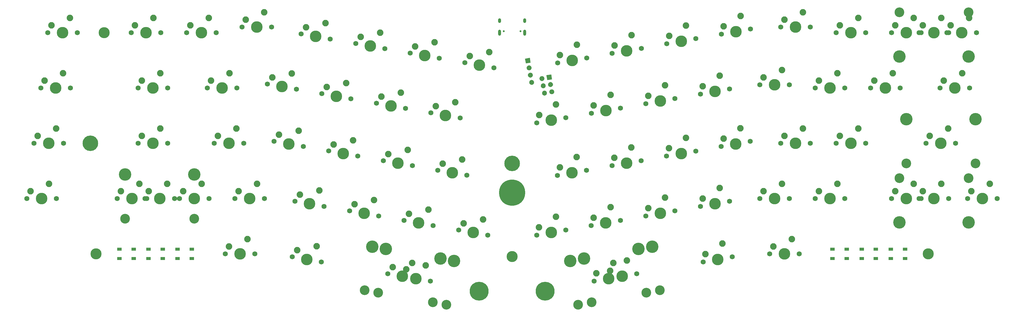
<source format=gbr>
G04 #@! TF.GenerationSoftware,KiCad,Pcbnew,(5.99.0-2612-g32a7d0025-dirty)*
G04 #@! TF.CreationDate,2020-08-15T16:38:39+02:00*
G04 #@! TF.ProjectId,BMEK_Solder,424d454b-5f53-46f6-9c64-65722e6b6963,1*
G04 #@! TF.SameCoordinates,Original*
G04 #@! TF.FileFunction,Soldermask,Top*
G04 #@! TF.FilePolarity,Negative*
%FSLAX46Y46*%
G04 Gerber Fmt 4.6, Leading zero omitted, Abs format (unit mm)*
G04 Created by KiCad (PCBNEW (5.99.0-2612-g32a7d0025-dirty)) date 2020-08-15 16:38:39*
%MOMM*%
%LPD*%
G01*
G04 APERTURE LIST*
%ADD10C,2.250000*%
%ADD11C,3.987800*%
%ADD12C,1.750000*%
%ADD13C,3.348000*%
%ADD14C,4.287800*%
%ADD15R,1.500000X1.000000*%
%ADD16C,3.800000*%
%ADD17C,6.500000*%
%ADD18C,5.350000*%
%ADD19C,9.000000*%
%ADD20O,1.000000X1.600000*%
%ADD21O,1.000000X2.100000*%
%ADD22C,0.650000*%
G04 APERTURE END LIST*
D10*
X171556094Y-51883742D03*
D11*
X168172550Y-56445499D03*
D10*
X164861499Y-53282488D03*
D12*
X163169727Y-55563366D03*
X173175373Y-57327632D03*
D10*
X31849552Y-80010000D03*
D11*
X29309552Y-85090000D03*
D10*
X25499552Y-82550000D03*
D12*
X24229552Y-85090000D03*
X34389552Y-85090000D03*
D10*
X232058729Y-67456109D03*
D11*
X230439450Y-72899999D03*
D10*
X226246266Y-71060187D03*
D12*
X225436627Y-73782132D03*
X235442273Y-72017866D03*
D10*
X164426594Y-31282743D03*
D11*
X161043050Y-35844500D03*
D10*
X157731999Y-32681489D03*
D12*
X156040227Y-34962367D03*
X166045873Y-36726633D03*
D10*
X206167729Y-52677510D03*
D11*
X204548450Y-58121400D03*
D10*
X200355266Y-56281588D03*
D12*
X199545627Y-59003533D03*
X209551273Y-57239267D03*
D10*
X224908329Y-88060809D03*
D11*
X223289050Y-93504699D03*
D10*
X219095866Y-91664887D03*
D12*
X218286227Y-94386832D03*
X228291873Y-92622566D03*
D10*
X123836044Y-101501043D03*
D11*
X120452500Y-106062800D03*
D10*
X117141449Y-102899789D03*
D12*
X115449677Y-105180667D03*
X125455323Y-106944933D03*
D10*
X143559594Y-85634943D03*
D11*
X140176050Y-90196700D03*
D10*
X136864999Y-87033689D03*
D12*
X135173227Y-89314567D03*
X145178873Y-91078833D03*
D10*
X291053050Y-20919800D03*
D11*
X288513050Y-25999800D03*
D10*
X284703050Y-23459800D03*
D12*
X283433050Y-25999800D03*
X293593050Y-25999800D03*
D10*
X348203051Y-22860000D03*
D11*
X345663051Y-27940000D03*
D10*
X341853051Y-25400000D03*
D12*
X340583051Y-27940000D03*
X350743051Y-27940000D03*
D10*
X329153250Y-80010000D03*
D11*
X326613250Y-85090000D03*
D10*
X322803250Y-82550000D03*
D12*
X321533250Y-85090000D03*
X331693250Y-85090000D03*
D10*
X263392379Y-100618909D03*
D11*
X261773100Y-106062799D03*
D10*
X257579916Y-104222987D03*
D12*
X256770277Y-106944932D03*
X266775923Y-105180666D03*
D13*
X81806150Y-92075000D03*
X57993650Y-92075000D03*
D14*
X81806150Y-76835000D03*
X57993650Y-76835000D03*
D10*
X124798994Y-82326943D03*
D11*
X121415450Y-86888700D03*
D10*
X118104399Y-83725689D03*
D12*
X116412627Y-86006567D03*
X126418273Y-87770833D03*
D10*
X232103429Y-28760410D03*
D11*
X230484150Y-34204300D03*
D10*
X226290966Y-32364488D03*
D12*
X225481327Y-35086433D03*
X235486973Y-33322167D03*
D10*
X310103051Y-22860000D03*
D11*
X307563051Y-27940000D03*
D10*
X303753051Y-25400000D03*
D12*
X302483051Y-27940000D03*
X312643051Y-27940000D03*
D13*
X324231950Y-78105000D03*
X348044450Y-78105000D03*
D14*
X324231950Y-93345000D03*
X348044450Y-93345000D03*
D10*
X283909450Y-80009999D03*
D11*
X281369450Y-85089999D03*
D10*
X277559450Y-82549999D03*
D12*
X276289450Y-85089999D03*
X286449450Y-85089999D03*
D10*
X250864030Y-25452409D03*
D11*
X249244751Y-30896299D03*
D10*
X245051567Y-29056487D03*
D12*
X244241928Y-31778432D03*
X254247574Y-30014166D03*
D10*
X213298129Y-70764110D03*
D11*
X211678850Y-76208000D03*
D10*
X207485666Y-74368188D03*
D12*
X206676027Y-77090133D03*
X216681673Y-75325867D03*
D10*
X310103150Y-60960000D03*
D11*
X307563150Y-66040000D03*
D10*
X303753150Y-63500000D03*
D12*
X302483150Y-66040000D03*
X312643150Y-66040000D03*
D10*
X206147729Y-91368810D03*
D11*
X204528450Y-96812700D03*
D10*
X200335266Y-94972888D03*
D12*
X199525627Y-97694833D03*
X209531273Y-95930567D03*
D10*
X283909350Y-40849500D03*
D11*
X281369350Y-45929500D03*
D10*
X277559350Y-43389500D03*
D12*
X276289350Y-45929500D03*
X286449350Y-45929500D03*
D10*
X341059401Y-60960000D03*
D11*
X338519401Y-66040000D03*
D10*
X334709401Y-63500000D03*
D12*
X333439401Y-66040000D03*
X343599401Y-66040000D03*
D10*
X302959450Y-80010000D03*
D11*
X300419450Y-85090000D03*
D10*
X296609450Y-82550000D03*
D12*
X295339450Y-85090000D03*
X305499450Y-85090000D03*
D10*
X287217450Y-99060000D03*
D11*
X284677450Y-104140000D03*
D10*
X280867450Y-101600000D03*
D12*
X279597450Y-104140000D03*
X289757450Y-104140000D03*
D10*
X224928330Y-49369510D03*
D11*
X223309051Y-54813400D03*
D10*
X219115867Y-52973588D03*
D12*
X218306228Y-55695533D03*
X228311874Y-53931267D03*
D10*
X93871250Y-41910000D03*
D11*
X91331250Y-46990000D03*
D10*
X87521250Y-44450000D03*
D12*
X86251250Y-46990000D03*
X96411250Y-46990000D03*
D10*
X262449530Y-42753509D03*
D11*
X260830251Y-48197399D03*
D10*
X256637067Y-46357587D03*
D12*
X255827428Y-49079532D03*
X265833074Y-47315266D03*
D10*
X269624629Y-22144411D03*
D11*
X268005350Y-27588301D03*
D10*
X263812166Y-25748489D03*
D12*
X263002527Y-28470434D03*
X273008173Y-26706168D03*
D10*
X72439900Y-80010000D03*
D11*
X69899900Y-85090000D03*
D10*
X66089900Y-82550000D03*
D12*
X64819900Y-85090000D03*
X74979900Y-85090000D03*
D10*
X34230852Y-60960000D03*
D11*
X31690852Y-66040000D03*
D10*
X27880852Y-63500000D03*
D12*
X26610852Y-66040000D03*
X36770852Y-66040000D03*
D15*
X56010000Y-102540000D03*
X56010000Y-105740000D03*
X60910000Y-102540000D03*
X60910000Y-105740000D03*
D10*
X36612152Y-41910000D03*
D11*
X34072152Y-46990000D03*
D10*
X30262152Y-44450000D03*
D12*
X28992152Y-46990000D03*
X39152152Y-46990000D03*
D10*
X243668929Y-84752809D03*
D11*
X242049650Y-90196699D03*
D10*
X237856466Y-88356887D03*
D12*
X237046827Y-91078832D03*
X247052473Y-89314566D03*
D10*
X322009350Y-41910000D03*
D11*
X319469350Y-46990000D03*
D10*
X315659350Y-44450000D03*
D12*
X314389350Y-46990000D03*
X324549350Y-46990000D03*
D10*
X338678200Y-80010000D03*
D11*
X336138200Y-85090000D03*
D10*
X332328200Y-82550000D03*
D12*
X331058200Y-85090000D03*
X341218200Y-85090000D03*
D10*
X96252450Y-60960000D03*
D11*
X93712450Y-66040000D03*
D10*
X89902450Y-63500000D03*
D12*
X88632450Y-66040000D03*
X98792450Y-66040000D03*
D13*
X168486186Y-121625181D03*
X145035451Y-117490184D03*
D14*
X171132584Y-106616711D03*
X147681849Y-102481713D03*
D10*
X103396150Y-80010000D03*
D11*
X100856150Y-85090000D03*
D10*
X97046150Y-82550000D03*
D12*
X95776150Y-85090000D03*
X105936150Y-85090000D03*
D15*
X306162500Y-105740000D03*
X306162500Y-102540000D03*
X301262500Y-105740000D03*
X301262500Y-102540000D03*
D10*
X100088150Y-99060000D03*
D11*
X97548150Y-104140000D03*
D10*
X93738150Y-101600000D03*
D12*
X92468150Y-104140000D03*
X102628150Y-104140000D03*
D10*
X302959350Y-41910000D03*
D11*
X300419350Y-46990000D03*
D10*
X296609350Y-44450000D03*
D12*
X295339350Y-46990000D03*
X305499350Y-46990000D03*
D10*
X250819329Y-64148110D03*
D11*
X249200050Y-69592000D03*
D10*
X245006866Y-67752188D03*
D12*
X244197227Y-70474133D03*
X254202873Y-68709867D03*
D15*
X76010000Y-102540000D03*
X76010000Y-105740000D03*
X80910000Y-102540000D03*
X80910000Y-105740000D03*
X326162500Y-105740000D03*
X326162500Y-102540000D03*
X321262500Y-105740000D03*
X321262500Y-102540000D03*
D10*
X329153051Y-22860000D03*
D11*
X326613051Y-27940000D03*
D10*
X322803051Y-25400000D03*
D12*
X321533051Y-27940000D03*
X331693051Y-27940000D03*
D10*
X181080794Y-92250943D03*
D11*
X177697250Y-96812700D03*
D10*
X174386199Y-93649689D03*
D12*
X172694427Y-95930567D03*
X182700073Y-97694833D03*
D10*
X338678051Y-22860000D03*
D11*
X336138051Y-27940000D03*
D10*
X332328051Y-25400000D03*
D12*
X331058051Y-27940000D03*
X341218051Y-27940000D03*
D10*
X67677551Y-22860000D03*
D11*
X65137551Y-27940000D03*
D10*
X61327551Y-25400000D03*
D12*
X60057551Y-27940000D03*
X70217551Y-27940000D03*
D10*
X161357295Y-108117043D03*
D11*
X157973751Y-112678800D03*
D10*
X154662700Y-109515789D03*
D12*
X152970928Y-111796667D03*
X162976574Y-113560933D03*
D10*
X355346950Y-80010000D03*
D11*
X352806950Y-85090000D03*
D10*
X348996950Y-82550000D03*
D12*
X347726950Y-85090000D03*
X357886950Y-85090000D03*
D10*
X134034894Y-45267743D03*
D11*
X130651350Y-49829500D03*
D10*
X127340299Y-46666489D03*
D12*
X125648527Y-48947367D03*
X135654173Y-50711633D03*
D10*
X136391094Y-65027043D03*
D11*
X133007550Y-69588800D03*
D10*
X129696499Y-66425789D03*
D12*
X128004727Y-68706667D03*
X138010373Y-70470933D03*
D13*
X324231801Y-20955000D03*
X348044301Y-20955000D03*
D14*
X324231801Y-36195000D03*
X348044301Y-36195000D03*
D10*
X152795494Y-48575743D03*
D11*
X149411950Y-53137500D03*
D10*
X146100899Y-49974489D03*
D12*
X144409127Y-52255367D03*
X154414773Y-54019633D03*
D13*
X163796039Y-120798181D03*
X140345304Y-116663184D03*
D14*
X166442437Y-105789711D03*
X142991702Y-101654713D03*
D10*
X225871280Y-107234910D03*
D11*
X224252001Y-112678800D03*
D10*
X220058817Y-110838988D03*
D12*
X219249178Y-113560933D03*
X229254824Y-111796667D03*
D10*
X162320194Y-88942943D03*
D11*
X158936650Y-93504700D03*
D10*
X155625599Y-90341689D03*
D12*
X153933827Y-92622567D03*
X163939473Y-94386833D03*
D10*
X269579929Y-60840109D03*
D11*
X267960650Y-66283999D03*
D10*
X263767466Y-64444187D03*
D12*
X262957827Y-67166132D03*
X272963473Y-65401866D03*
D13*
X241880447Y-116663184D03*
X218429712Y-120798181D03*
D14*
X239234049Y-101654713D03*
X215783314Y-105789711D03*
D10*
X126905395Y-24666743D03*
D11*
X123521851Y-29228500D03*
D10*
X120210800Y-26065489D03*
D12*
X118519028Y-28346367D03*
X128524674Y-30110633D03*
D15*
X316162500Y-105740000D03*
X316162500Y-102540000D03*
X311262500Y-105740000D03*
X311262500Y-102540000D03*
D10*
X156667148Y-107290043D03*
D11*
X153283604Y-111851800D03*
D10*
X149972553Y-108688789D03*
D12*
X148280781Y-110969667D03*
X158286427Y-112733933D03*
D10*
X70058750Y-60960000D03*
D11*
X67518750Y-66040000D03*
D10*
X63708750Y-63500000D03*
D12*
X62438750Y-66040000D03*
X72598750Y-66040000D03*
D10*
X105777551Y-20919801D03*
D11*
X103237551Y-25999801D03*
D10*
X99427551Y-23459801D03*
D12*
X98157551Y-25999801D03*
X108317551Y-25999801D03*
D10*
X117630494Y-61719043D03*
D11*
X114246950Y-66280800D03*
D10*
X110935899Y-63117789D03*
D12*
X109244127Y-65398667D03*
X119249773Y-67162933D03*
D13*
X237190301Y-117490184D03*
X213739566Y-121625181D03*
D14*
X234543903Y-102481713D03*
X211093168Y-106616711D03*
D10*
X173912294Y-71643043D03*
D11*
X170528750Y-76204800D03*
D10*
X167217699Y-73041789D03*
D12*
X165525927Y-75322667D03*
X175531573Y-77086933D03*
D10*
X230561426Y-106407910D03*
D11*
X228942147Y-111851800D03*
D10*
X224748963Y-110011988D03*
D12*
X223939324Y-112733933D03*
X233944970Y-110969667D03*
D10*
X70058750Y-41910000D03*
D11*
X67518750Y-46990000D03*
D10*
X63708750Y-44450000D03*
D12*
X62438750Y-46990000D03*
X72598750Y-46990000D03*
D10*
X38993451Y-22860000D03*
D11*
X36453451Y-27940000D03*
D10*
X32643451Y-25400000D03*
D12*
X31373451Y-27940000D03*
X41533451Y-27940000D03*
D10*
X62915000Y-80010000D03*
D11*
X60375000Y-85090000D03*
D10*
X56565000Y-82550000D03*
D12*
X55295000Y-85090000D03*
X65455000Y-85090000D03*
D10*
X213342830Y-32068410D03*
D11*
X211723551Y-37512300D03*
D10*
X207530367Y-35672488D03*
D12*
X206720728Y-38394433D03*
X216726374Y-36630167D03*
D10*
X145665995Y-27974743D03*
D11*
X142282451Y-32536500D03*
D10*
X138971400Y-29373489D03*
D12*
X137279628Y-31654367D03*
X147285274Y-33418633D03*
D10*
X115274319Y-41959743D03*
D11*
X111890775Y-46521500D03*
D10*
X108579724Y-43358489D03*
D12*
X106887952Y-45639367D03*
X116893598Y-47403633D03*
D10*
X155151694Y-68335043D03*
D11*
X151768150Y-72896800D03*
D10*
X148457099Y-69733789D03*
D12*
X146765327Y-72014667D03*
X156770973Y-73778933D03*
D10*
X183187194Y-34590743D03*
D11*
X179803650Y-39152500D03*
D10*
X176492599Y-35989489D03*
D12*
X174800827Y-38270367D03*
X184806473Y-40034633D03*
D16*
X191060000Y-105090000D03*
X48020000Y-104140000D03*
X334200000Y-104140000D03*
X50800000Y-27940000D03*
D17*
X179760000Y-117050000D03*
D18*
X46080000Y-66040000D03*
X191060000Y-72960000D03*
D17*
X202460000Y-117050000D03*
D19*
X191060000Y-83090000D03*
D10*
X291053150Y-60959999D03*
D11*
X288513150Y-66039999D03*
D10*
X284703150Y-63499999D03*
D12*
X283433150Y-66039999D03*
X293593150Y-66039999D03*
D13*
X350425651Y-73025000D03*
X326613151Y-73025000D03*
D14*
X350425651Y-57785000D03*
X326613151Y-57785000D03*
D10*
X86727551Y-22860000D03*
D11*
X84187551Y-27940000D03*
D10*
X80377551Y-25400000D03*
D12*
X79107551Y-27940000D03*
X89267551Y-27940000D03*
D10*
X262429529Y-81444809D03*
D11*
X260810250Y-86888699D03*
D10*
X256617066Y-85048887D03*
D12*
X255807427Y-87770832D03*
X265813073Y-86006566D03*
D10*
X243688930Y-46061509D03*
D11*
X242069651Y-51505399D03*
D10*
X237876467Y-49665587D03*
D12*
X237066828Y-52387532D03*
X247072474Y-50623266D03*
D15*
X66010000Y-102540000D03*
X66010000Y-105740000D03*
X70910000Y-102540000D03*
X70910000Y-105740000D03*
D10*
X345821850Y-41910000D03*
D11*
X343281850Y-46990000D03*
D10*
X339471850Y-44450000D03*
D12*
X338201850Y-46990000D03*
X348361850Y-46990000D03*
D10*
X84346250Y-80010000D03*
D11*
X81806250Y-85090000D03*
D10*
X77996250Y-82550000D03*
D12*
X76726250Y-85090000D03*
X86886250Y-85090000D03*
G36*
G01*
X198632720Y-44923722D02*
X198632720Y-44923722D01*
G75*
G02*
X197943234Y-45908410I-837087J-147601D01*
G01*
X197943234Y-45908410D01*
G75*
G02*
X196958546Y-45218924I-147601J837087D01*
G01*
X196958546Y-45218924D01*
G75*
G02*
X197648032Y-44234236I837087J147601D01*
G01*
X197648032Y-44234236D01*
G75*
G02*
X198632720Y-44923722I147601J-837087D01*
G01*
G37*
G36*
G01*
X198191654Y-42422310D02*
X198191654Y-42422310D01*
G75*
G02*
X197502168Y-43406998I-837087J-147601D01*
G01*
X197502168Y-43406998D01*
G75*
G02*
X196517480Y-42717512I-147601J837087D01*
G01*
X196517480Y-42717512D01*
G75*
G02*
X197206966Y-41732824I837087J147601D01*
G01*
X197206966Y-41732824D01*
G75*
G02*
X198191654Y-42422310I147601J-837087D01*
G01*
G37*
G36*
G01*
X197750587Y-39920899D02*
X197750587Y-39920899D01*
G75*
G02*
X197061101Y-40905587I-837087J-147601D01*
G01*
X197061101Y-40905587D01*
G75*
G02*
X196076413Y-40216101I-147601J837087D01*
G01*
X196076413Y-40216101D01*
G75*
G02*
X196765899Y-39231413I837087J147601D01*
G01*
X196765899Y-39231413D01*
G75*
G02*
X197750587Y-39920899I147601J-837087D01*
G01*
G37*
G36*
X197161920Y-36582400D02*
G01*
X197457122Y-38256574D01*
X195782948Y-38551776D01*
X195487746Y-36877602D01*
X197161920Y-36582400D01*
G37*
D20*
X195388500Y-23790000D03*
X186748500Y-23790000D03*
D21*
X195388500Y-27970000D03*
X186748500Y-27970000D03*
D22*
X188178500Y-27440000D03*
X193958500Y-27440000D03*
G36*
G01*
X203052808Y-48603289D02*
X203052808Y-48603289D01*
G75*
G02*
X202363322Y-49587977I-837087J-147601D01*
G01*
X202363322Y-49587977D01*
G75*
G02*
X201378634Y-48898491I-147601J837087D01*
G01*
X201378634Y-48898491D01*
G75*
G02*
X202068120Y-47913803I837087J147601D01*
G01*
X202068120Y-47913803D01*
G75*
G02*
X203052808Y-48603289I147601J-837087D01*
G01*
G37*
G36*
G01*
X205554220Y-48162222D02*
X205554220Y-48162222D01*
G75*
G02*
X204864734Y-49146910I-837087J-147601D01*
G01*
X204864734Y-49146910D01*
G75*
G02*
X203880046Y-48457424I-147601J837087D01*
G01*
X203880046Y-48457424D01*
G75*
G02*
X204569532Y-47472736I837087J147601D01*
G01*
X204569532Y-47472736D01*
G75*
G02*
X205554220Y-48162222I147601J-837087D01*
G01*
G37*
G36*
G01*
X202611742Y-46101877D02*
X202611742Y-46101877D01*
G75*
G02*
X201922256Y-47086565I-837087J-147601D01*
G01*
X201922256Y-47086565D01*
G75*
G02*
X200937568Y-46397079I-147601J837087D01*
G01*
X200937568Y-46397079D01*
G75*
G02*
X201627054Y-45412391I837087J147601D01*
G01*
X201627054Y-45412391D01*
G75*
G02*
X202611742Y-46101877I147601J-837087D01*
G01*
G37*
G36*
G01*
X205113153Y-45660811D02*
X205113153Y-45660811D01*
G75*
G02*
X204423667Y-46645499I-837087J-147601D01*
G01*
X204423667Y-46645499D01*
G75*
G02*
X203438979Y-45956013I-147601J837087D01*
G01*
X203438979Y-45956013D01*
G75*
G02*
X204128465Y-44971325I837087J147601D01*
G01*
X204128465Y-44971325D01*
G75*
G02*
X205113153Y-45660811I147601J-837087D01*
G01*
G37*
G36*
G01*
X202170675Y-43600465D02*
X202170675Y-43600465D01*
G75*
G02*
X201481189Y-44585153I-837087J-147601D01*
G01*
X201481189Y-44585153D01*
G75*
G02*
X200496501Y-43895667I-147601J837087D01*
G01*
X200496501Y-43895667D01*
G75*
G02*
X201185987Y-42910979I837087J147601D01*
G01*
X201185987Y-42910979D01*
G75*
G02*
X202170675Y-43600465I147601J-837087D01*
G01*
G37*
G36*
X204524486Y-42322312D02*
G01*
X204819688Y-43996486D01*
X203145514Y-44291688D01*
X202850312Y-42617514D01*
X204524486Y-42322312D01*
G37*
M02*

</source>
